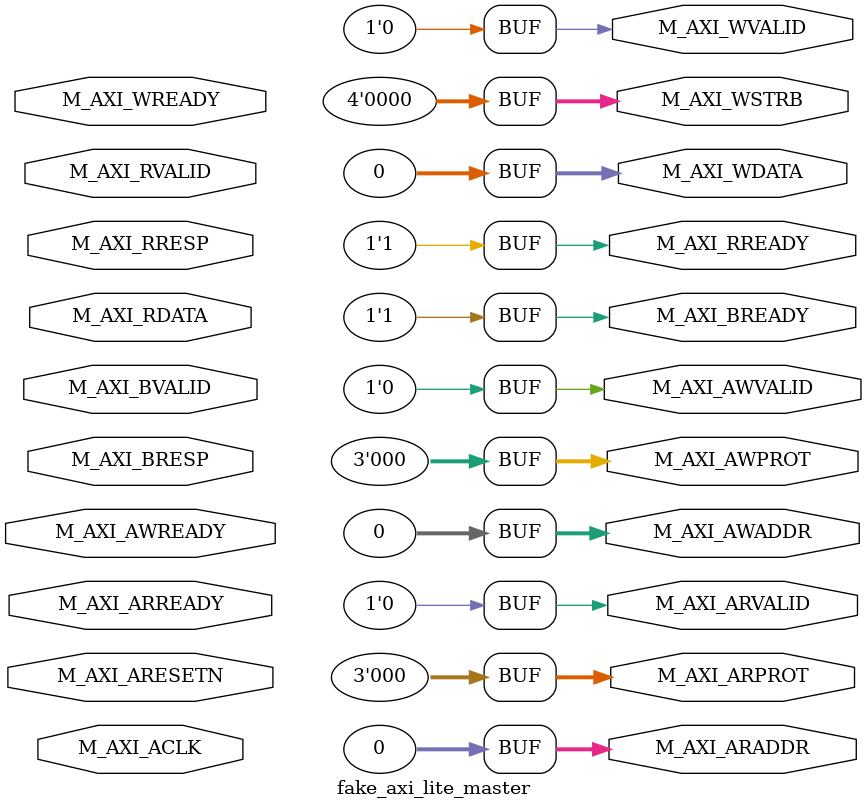
<source format=v>
`timescale 1ns / 1ps

`timescale 1ns / 1ps
//////////////////////////////////////////////////////////////////////////////////
// Company: 
// Engineer: 
// 
// Create Date: 2022/04/01 14:18:41
// Design Name: 
// Module Name: axi_lite_master
//////////////////////////////////////////////////////////////////////////////////
//axi_lite_master #(.C_M_AXI_ADDR_WIDTH(32),
//                  .C_M_AXI_DATA_WIDTH(16))
//    axi_lite_master_u(
//    .WRITE_ERR              (WRITE_ERR),
//    .READ_ERR               (READ_ERR),
//    .write_req_cpu_to_axi   (),
//    .write_addr_cpu_to_axi  (),       //[C_M_AXI_ADDR_WIDTH-1:0] 
//    .write_data_cpu_to_axi  (),      //[C_M_AXI_DATA_WIDTH-1 : 0]
//    .read_req_cpu_to_axi    (), 
//    .read_addr_cpu_to_axi   (),        //[C_M_AXI_ADDR_WIDTH-1:0]
//    .M_AXI_ACLK             (AXI_ACLK    ),
//    .M_AXI_ARESETN          (AXI_ARESETN ),
//    .M_AXI_AWADDR           (AXI_AWADDR  ),//[C_M_AXI_ADDR_WIDTH-1 : 0] 
//    .M_AXI_AWPROT           (AXI_AWPROT  ),//[2 : 0]
//    .M_AXI_AWVALID          (AXI_AWVALID ),
//    .M_AXI_AWREADY          (AXI_AWREADY ),
//    .M_AXI_WDATA            (AXI_WDATA   ),//[C_M_AXI_DATA_WIDTH-1 : 0]
//    .M_AXI_WSTRB            (AXI_WSTRB   ),//[C_M_AXI_DATA_WIDTH/8-1 : 0]
//    .M_AXI_WVALID           (AXI_WVALID  ),
//    .M_AXI_WREADY           (AXI_WREADY  ),
//    .M_AXI_BRESP            (AXI_BRESP   ), // [1 : 0]
//    .M_AXI_BVALID           (AXI_BVALID  ),
//    .M_AXI_BREADY           (AXI_BREADY  ),
//    .M_AXI_ARADDR           (AXI_ARADDR  ),//[C_M_AXI_ADDR_WIDTH-1 : 0]
//    .M_AXI_ARPROT           (AXI_ARPROT  ),// [2 : 0]
//    .M_AXI_ARVALID          (AXI_ARVALID ),
//    .M_AXI_ARREADY          (AXI_ARREADY ),
//    .M_AXI_RDATA            (AXI_RDATA   ),//[C_M_AXI_DATA_WIDTH-1 : 0] 
//    .M_AXI_RRESP            (AXI_RRESP   ),//[1 : 0]
//    .M_AXI_RVALID           (AXI_RVALID  ),
//    .M_AXI_RREADY           (AXI_RREADY  )
//    );

module fake_axi_lite_master #(
parameter integer C_M_AXI_ADDR_WIDTH    = 32,
parameter integer C_M_AXI_DATA_WIDTH    = 32
)
(


//AXI-LITE INTERFACE
input wire  M_AXI_ACLK,
input wire  M_AXI_ARESETN,
output reg [C_M_AXI_ADDR_WIDTH-1 : 0] M_AXI_AWADDR = 0,
output reg [2 : 0] M_AXI_AWPROT = 0,
output reg  M_AXI_AWVALID = 0,
input wire  M_AXI_AWREADY,
output reg [C_M_AXI_DATA_WIDTH-1 : 0] M_AXI_WDATA = 0,
output reg [C_M_AXI_DATA_WIDTH/8-1 : 0] M_AXI_WSTRB = 0,
output reg  M_AXI_WVALID = 0,
input wire  M_AXI_WREADY,
input wire [1 : 0] M_AXI_BRESP,
input wire  M_AXI_BVALID,
output reg  M_AXI_BREADY = 1,
output reg [C_M_AXI_ADDR_WIDTH-1 : 0] M_AXI_ARADDR = 0,
output reg [2 : 0] M_AXI_ARPROT = 0,
output reg M_AXI_ARVALID =0 ,
input wire  M_AXI_ARREADY,
input wire [C_M_AXI_DATA_WIDTH-1 : 0] M_AXI_RDATA,
input wire [1 : 0] M_AXI_RRESP,
input wire  M_AXI_RVALID,
output reg  M_AXI_RREADY = 1


);

wire test ;
assign test = ~M_AXI_ARESETN + M_AXI_AWREADY ;





 endmodule
    
    
    

</source>
